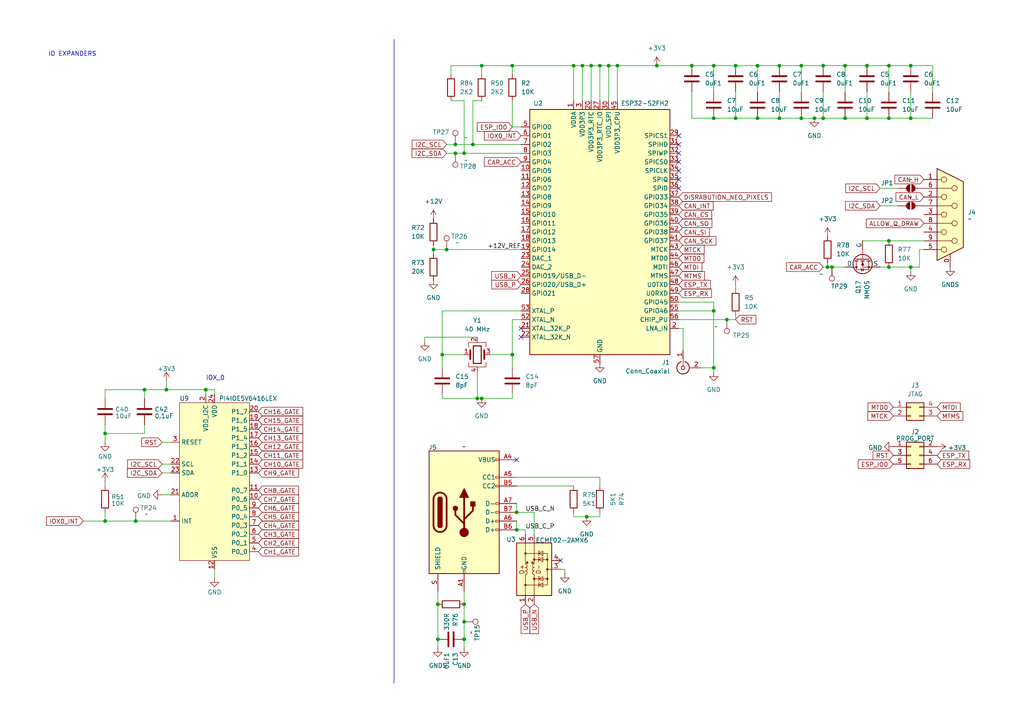
<source format=kicad_sch>
(kicad_sch (version 20250114) (generator "eeschema") (generator_version "9.0")
  (paper "A4")
  (text "IOX_0" (at 59.69 110.49 0) (effects (font (size 1.27 1.27)) (justify left bottom)))
  (text "IO EXPANDERS" (at 13.97 16.51 0) (effects (font (size 1.27 1.27)) (justify left bottom)))
  (junction (at 245.11 34.29))
  (junction (at 139.7 115.57))
  (junction (at 207.01 90.17))
  (junction (at 134.62 180.34))
  (junction (at 264.16 19.05))
  (junction (at 39.37 151.13))
  (junction (at 236.22 34.29))
  (junction (at 168.91 19.05))
  (junction (at 207.01 19.05))
  (junction (at 200.66 19.05))
  (junction (at 190.5 19.05))
  (junction (at 129.54 72.39))
  (junction (at 241.3 77.47))
  (junction (at 170.18 149.86))
  (junction (at 138.43 115.57))
  (junction (at 213.36 34.29))
  (junction (at 257.81 19.05))
  (junction (at 207.01 34.29))
  (junction (at 245.11 19.05))
  (junction (at 257.81 77.47))
  (junction (at 232.41 19.05))
  (junction (at 134.62 185.42))
  (junction (at 251.46 34.29))
  (junction (at 264.16 77.47))
  (junction (at 48.26 113.03))
  (junction (at 127 175.26))
  (junction (at 210.82 92.71))
  (junction (at 148.59 19.05))
  (junction (at 219.71 34.29))
  (junction (at 149.86 148.59))
  (junction (at 257.81 69.85))
  (junction (at 59.69 113.03))
  (junction (at 257.81 34.29))
  (junction (at 127 185.42))
  (junction (at 179.07 19.05))
  (junction (at 30.48 151.13))
  (junction (at 30.48 125.73))
  (junction (at 134.62 175.26))
  (junction (at 148.59 102.87))
  (junction (at 171.45 19.05))
  (junction (at 251.46 19.05))
  (junction (at 238.76 34.29))
  (junction (at 173.99 19.05))
  (junction (at 240.03 77.47))
  (junction (at 132.08 41.91))
  (junction (at 128.27 102.87))
  (junction (at 213.36 19.05))
  (junction (at 166.37 19.05))
  (junction (at 207.01 106.68))
  (junction (at 125.73 72.39))
  (junction (at 139.7 19.05))
  (junction (at 176.53 19.05))
  (junction (at 132.08 44.45))
  (junction (at 226.06 19.05))
  (junction (at 232.41 34.29))
  (junction (at 149.86 153.67))
  (junction (at 137.16 41.91))
  (junction (at 238.76 19.05))
  (junction (at 264.16 34.29))
  (junction (at 134.62 44.45))
  (junction (at 41.91 113.03))
  (junction (at 226.06 34.29))
  (junction (at 219.71 19.05))
  (no_connect (at 196.85 41.91))
  (no_connect (at 196.85 49.53))
  (no_connect (at 151.13 95.25))
  (no_connect (at 196.85 54.61))
  (no_connect (at 162.56 162.56))
  (no_connect (at 196.85 44.45))
  (no_connect (at 149.86 133.35))
  (no_connect (at 196.85 52.07))
  (no_connect (at 196.85 39.37))
  (no_connect (at 196.85 46.99))
  (no_connect (at 151.13 97.79))
  (wire (pts (xy 39.37 151.13) (xy 49.53 151.13)))
  (wire (pts (xy 240.03 77.47) (xy 241.3 77.47)))
  (wire (pts (xy 148.59 19.05) (xy 148.59 21.59)))
  (wire (pts (xy 24.13 151.13) (xy 30.48 151.13)))
  (wire (pts (xy 132.08 44.45) (xy 134.62 44.45)))
  (wire (pts (xy 255.27 77.47) (xy 257.81 77.47)))
  (wire (pts (xy 152.4 153.67) (xy 149.86 153.67)))
  (wire (pts (xy 128.27 102.87) (xy 134.62 102.87)))
  (wire (pts (xy 130.81 29.21) (xy 134.62 29.21)))
  (wire (pts (xy 134.62 175.26) (xy 134.62 180.34)))
  (wire (pts (xy 207.01 87.63) (xy 207.01 90.17)))
  (wire (pts (xy 232.41 19.05) (xy 238.76 19.05)))
  (wire (pts (xy 238.76 19.05) (xy 245.11 19.05)))
  (wire (pts (xy 257.81 19.05) (xy 257.81 26.67)))
  (wire (pts (xy 196.85 92.71) (xy 210.82 92.71)))
  (wire (pts (xy 213.36 82.55) (xy 213.36 83.82)))
  (wire (pts (xy 154.94 148.59) (xy 149.86 148.59)))
  (wire (pts (xy 171.45 19.05) (xy 173.99 19.05)))
  (wire (pts (xy 219.71 19.05) (xy 219.71 26.67)))
  (wire (pts (xy 151.13 72.39) (xy 129.54 72.39)))
  (wire (pts (xy 257.81 69.85) (xy 267.97 69.85)))
  (wire (pts (xy 163.83 165.1) (xy 163.83 166.37)))
  (wire (pts (xy 148.59 114.3) (xy 148.59 115.57)))
  (wire (pts (xy 264.16 77.47) (xy 264.16 78.74)))
  (wire (pts (xy 173.99 19.05) (xy 176.53 19.05)))
  (wire (pts (xy 127 175.26) (xy 127 185.42)))
  (wire (pts (xy 168.91 19.05) (xy 171.45 19.05)))
  (wire (pts (xy 134.62 29.21) (xy 134.62 44.45)))
  (wire (pts (xy 264.16 26.67) (xy 264.16 34.29)))
  (wire (pts (xy 207.01 19.05) (xy 207.01 26.67)))
  (wire (pts (xy 245.11 34.29) (xy 238.76 34.29)))
  (wire (pts (xy 46.99 137.16) (xy 49.53 137.16)))
  (wire (pts (xy 41.91 123.19) (xy 41.91 125.73)))
  (wire (pts (xy 48.26 110.49) (xy 48.26 113.03)))
  (wire (pts (xy 142.24 102.87) (xy 148.59 102.87)))
  (wire (pts (xy 173.99 19.05) (xy 173.99 29.21)))
  (wire (pts (xy 30.48 125.73) (xy 30.48 123.19)))
  (wire (pts (xy 137.16 41.91) (xy 151.13 41.91)))
  (wire (pts (xy 245.11 19.05) (xy 251.46 19.05)))
  (wire (pts (xy 130.81 21.59) (xy 130.81 19.05)))
  (wire (pts (xy 251.46 26.67) (xy 251.46 34.29)))
  (wire (pts (xy 138.43 115.57) (xy 139.7 115.57)))
  (wire (pts (xy 264.16 77.47) (xy 266.7 77.47)))
  (wire (pts (xy 62.23 113.03) (xy 62.23 114.3)))
  (wire (pts (xy 129.54 44.45) (xy 132.08 44.45)))
  (wire (pts (xy 59.69 113.03) (xy 62.23 113.03)))
  (wire (pts (xy 148.59 106.68) (xy 148.59 102.87)))
  (wire (pts (xy 238.76 26.67) (xy 238.76 34.29)))
  (wire (pts (xy 240.03 76.2) (xy 240.03 77.47)))
  (wire (pts (xy 149.86 148.59) (xy 149.86 146.05)))
  (wire (pts (xy 219.71 19.05) (xy 226.06 19.05)))
  (wire (pts (xy 30.48 151.13) (xy 39.37 151.13)))
  (wire (pts (xy 267.97 72.39) (xy 266.7 72.39)))
  (wire (pts (xy 255.27 54.61) (xy 260.35 54.61)))
  (wire (pts (xy 213.36 34.29) (xy 207.01 34.29)))
  (wire (pts (xy 46.99 128.27) (xy 49.53 128.27)))
  (wire (pts (xy 207.01 19.05) (xy 213.36 19.05)))
  (wire (pts (xy 30.48 113.03) (xy 41.91 113.03)))
  (wire (pts (xy 134.62 44.45) (xy 151.13 44.45)))
  (wire (pts (xy 128.27 102.87) (xy 128.27 90.17)))
  (wire (pts (xy 41.91 125.73) (xy 30.48 125.73)))
  (wire (pts (xy 125.73 71.12) (xy 125.73 72.39)))
  (wire (pts (xy 148.59 29.21) (xy 148.59 36.83)))
  (wire (pts (xy 123.19 97.79) (xy 123.19 99.06)))
  (wire (pts (xy 250.19 69.85) (xy 257.81 69.85)))
  (wire (pts (xy 162.56 165.1) (xy 163.83 165.1)))
  (wire (pts (xy 171.45 19.05) (xy 171.45 29.21)))
  (wire (pts (xy 251.46 19.05) (xy 257.81 19.05)))
  (wire (pts (xy 232.41 34.29) (xy 226.06 34.29)))
  (wire (pts (xy 226.06 19.05) (xy 232.41 19.05)))
  (wire (pts (xy 127 171.45) (xy 127 175.26)))
  (wire (pts (xy 128.27 114.3) (xy 128.27 115.57)))
  (wire (pts (xy 139.7 115.57) (xy 148.59 115.57)))
  (wire (pts (xy 257.81 77.47) (xy 264.16 77.47)))
  (wire (pts (xy 154.94 154.94) (xy 154.94 148.59)))
  (wire (pts (xy 238.76 77.47) (xy 240.03 77.47)))
  (wire (pts (xy 207.01 90.17) (xy 207.01 106.68)))
  (wire (pts (xy 128.27 90.17) (xy 151.13 90.17)))
  (wire (pts (xy 255.27 59.69) (xy 260.35 59.69)))
  (wire (pts (xy 134.62 171.45) (xy 134.62 175.26)))
  (wire (pts (xy 166.37 29.21) (xy 166.37 19.05)))
  (wire (pts (xy 198.12 101.6) (xy 198.12 95.25)))
  (wire (pts (xy 149.86 153.67) (xy 149.86 151.13)))
  (wire (pts (xy 166.37 148.59) (xy 166.37 149.86)))
  (wire (pts (xy 264.16 19.05) (xy 270.51 19.05)))
  (wire (pts (xy 173.99 148.59) (xy 173.99 149.86)))
  (wire (pts (xy 219.71 34.29) (xy 213.36 34.29)))
  (wire (pts (xy 190.5 19.05) (xy 200.66 19.05)))
  (wire (pts (xy 213.36 92.71) (xy 213.36 91.44)))
  (wire (pts (xy 166.37 149.86) (xy 170.18 149.86)))
  (wire (pts (xy 30.48 115.57) (xy 30.48 113.03)))
  (wire (pts (xy 139.7 19.05) (xy 148.59 19.05)))
  (wire (pts (xy 210.82 92.71) (xy 213.36 92.71)))
  (wire (pts (xy 48.26 113.03) (xy 59.69 113.03)))
  (wire (pts (xy 226.06 34.29) (xy 219.71 34.29)))
  (wire (pts (xy 152.4 154.94) (xy 152.4 153.67)))
  (wire (pts (xy 30.48 139.7) (xy 30.48 140.97)))
  (wire (pts (xy 72.39 160.02) (xy 72.39 119.38)))
  (wire (pts (xy 207.01 34.29) (xy 200.66 34.29)))
  (wire (pts (xy 132.08 41.91) (xy 137.16 41.91)))
  (wire (pts (xy 238.76 34.29) (xy 236.22 34.29)))
  (wire (pts (xy 134.62 185.42) (xy 134.62 187.96)))
  (wire (pts (xy 74.93 160.02) (xy 72.39 160.02)))
  (polyline (pts (xy 114.3 11.43) (xy 114.3 198.12)))
  (wire (pts (xy 41.91 113.03) (xy 41.91 115.57)))
  (wire (pts (xy 128.27 115.57) (xy 138.43 115.57)))
  (wire (pts (xy 270.51 26.67) (xy 270.51 19.05)))
  (wire (pts (xy 72.39 119.38) (xy 74.93 119.38)))
  (wire (pts (xy 134.62 180.34) (xy 134.62 185.42)))
  (wire (pts (xy 148.59 92.71) (xy 151.13 92.71)))
  (wire (pts (xy 203.2 106.68) (xy 207.01 106.68)))
  (wire (pts (xy 41.91 113.03) (xy 48.26 113.03)))
  (wire (pts (xy 148.59 36.83) (xy 151.13 36.83)))
  (wire (pts (xy 127 185.42) (xy 127 187.96)))
  (wire (pts (xy 196.85 87.63) (xy 207.01 87.63)))
  (wire (pts (xy 46.99 143.51) (xy 49.53 143.51)))
  (wire (pts (xy 270.51 34.29) (xy 264.16 34.29)))
  (wire (pts (xy 138.43 107.95) (xy 138.43 115.57)))
  (wire (pts (xy 241.3 77.47) (xy 245.11 77.47)))
  (wire (pts (xy 176.53 19.05) (xy 176.53 29.21)))
  (wire (pts (xy 137.16 29.21) (xy 137.16 41.91)))
  (wire (pts (xy 226.06 26.67) (xy 226.06 34.29)))
  (wire (pts (xy 46.99 134.62) (xy 49.53 134.62)))
  (wire (pts (xy 30.48 148.59) (xy 30.48 151.13)))
  (wire (pts (xy 166.37 19.05) (xy 168.91 19.05)))
  (wire (pts (xy 232.41 19.05) (xy 232.41 26.67)))
  (wire (pts (xy 257.81 19.05) (xy 264.16 19.05)))
  (wire (pts (xy 200.66 34.29) (xy 200.66 26.67)))
  (wire (pts (xy 125.73 72.39) (xy 125.73 73.66)))
  (wire (pts (xy 173.99 138.43) (xy 173.99 140.97)))
  (wire (pts (xy 168.91 19.05) (xy 168.91 29.21)))
  (wire (pts (xy 148.59 102.87) (xy 148.59 92.71)))
  (wire (pts (xy 138.43 97.79) (xy 123.19 97.79)))
  (wire (pts (xy 264.16 34.29) (xy 257.81 34.29)))
  (wire (pts (xy 213.36 19.05) (xy 219.71 19.05)))
  (wire (pts (xy 266.7 72.39) (xy 266.7 77.47)))
  (wire (pts (xy 200.66 19.05) (xy 207.01 19.05)))
  (wire (pts (xy 176.53 19.05) (xy 179.07 19.05)))
  (wire (pts (xy 196.85 90.17) (xy 207.01 90.17)))
  (wire (pts (xy 257.81 34.29) (xy 251.46 34.29)))
  (wire (pts (xy 130.81 19.05) (xy 139.7 19.05)))
  (wire (pts (xy 207.01 106.68) (xy 207.01 107.95)))
  (wire (pts (xy 129.54 41.91) (xy 132.08 41.91)))
  (wire (pts (xy 245.11 19.05) (xy 245.11 26.67)))
  (wire (pts (xy 236.22 34.29) (xy 232.41 34.29)))
  (wire (pts (xy 30.48 125.73) (xy 30.48 128.27)))
  (wire (pts (xy 128.27 106.68) (xy 128.27 102.87)))
  (wire (pts (xy 173.99 149.86) (xy 170.18 149.86)))
  (wire (pts (xy 149.86 138.43) (xy 173.99 138.43)))
  (wire (pts (xy 179.07 19.05) (xy 179.07 29.21)))
  (wire (pts (xy 198.12 95.25) (xy 196.85 95.25)))
  (wire (pts (xy 166.37 19.05) (xy 148.59 19.05)))
  (wire (pts (xy 62.23 165.1) (xy 62.23 167.64)))
  (wire (pts (xy 251.46 34.29) (xy 245.11 34.29)))
  (wire (pts (xy 139.7 29.21) (xy 137.16 29.21)))
  (wire (pts (xy 213.36 26.67) (xy 213.36 34.29)))
  (wire (pts (xy 59.69 113.03) (xy 59.69 114.3)))
  (wire (pts (xy 139.7 19.05) (xy 139.7 21.59)))
  (wire (pts (xy 129.54 72.39) (xy 125.73 72.39)))
  (wire (pts (xy 149.86 140.97) (xy 166.37 140.97)))
  (wire (pts (xy 179.07 19.05) (xy 190.5 19.05)))
  (label "USB_C_P" (at 152.4 153.67 0))
  (label "+12V_REF" (at 151.13 72.39 180))
  (label "USB_C_N" (at 152.4 148.59 0))
  (global_label "I2C_SDA" (shape input) (at 255.27 59.69 180) (property "Intersheetrefs" "${INTERSHEET_REFS}" (effects (hide yes))))
  (global_label "ESP_IO0" (shape input) (at 148.59 36.83 180) (property "Intersheetrefs" "${INTERSHEET_REFS}" (effects (hide yes))))
  (global_label "IOX0_INT" (shape input) (at 24.13 151.13 180) (property "Intersheetrefs" "${INTERSHEET_REFS}" (effects (hide yes))))
  (global_label "ESP_TX" (shape input) (at 271.78 132.08 0) (property "Intersheetrefs" "${INTERSHEET_REFS}" (effects (hide yes))))
  (global_label "ESP_RX" (shape input) (at 271.78 134.62 0) (property "Intersheetrefs" "${INTERSHEET_REFS}" (effects (hide yes))))
  (global_label "RST" (shape input) (at 259.08 132.08 180) (property "Intersheetrefs" "${INTERSHEET_REFS}" (effects (hide yes))))
  (global_label "MTCK" (shape input) (at 196.85 72.39 0) (property "Intersheetrefs" "${INTERSHEET_REFS}" (effects (hide yes))))
  (global_label "RST" (shape input) (at 46.99 128.27 180) (property "Intersheetrefs" "${INTERSHEET_REFS}" (effects (hide yes))))
  (global_label "IOX0_INT" (shape input) (at 151.13 39.37 180) (property "Intersheetrefs" "${INTERSHEET_REFS}" (effects (hide yes))))
  (global_label "I2C_SCL" (shape input) (at 129.54 41.91 180) (property "Intersheetrefs" "${INTERSHEET_REFS}" (effects (hide yes))))
  (global_label "USB_N" (shape input) (at 154.94 175.26 270) (property "Intersheetrefs" "${INTERSHEET_REFS}" (effects (hide yes))))
  (global_label "CH6_GATE" (shape input) (at 74.93 147.32 0) (property "Intersheetrefs" "${INTERSHEET_REFS}" (effects (hide yes))))
  (global_label "CAN_H" (shape input) (at 267.97 52.07 180) (property "Intersheetrefs" "${INTERSHEET_REFS}" (effects (hide yes))))
  (global_label "ESP_IO0" (shape input) (at 259.08 134.62 180) (property "Intersheetrefs" "${INTERSHEET_REFS}" (effects (hide yes))))
  (global_label "CH7_GATE" (shape input) (at 74.93 144.78 0) (property "Intersheetrefs" "${INTERSHEET_REFS}" (effects (hide yes))))
  (global_label "MTD0" (shape input) (at 259.08 118.11 180) (property "Intersheetrefs" "${INTERSHEET_REFS}" (effects (hide yes))))
  (global_label "MTCK" (shape input) (at 259.08 120.65 180) (property "Intersheetrefs" "${INTERSHEET_REFS}" (effects (hide yes))))
  (global_label "CH1_GATE" (shape input) (at 74.93 160.02 0) (property "Intersheetrefs" "${INTERSHEET_REFS}" (effects (hide yes))))
  (global_label "CH14_GATE" (shape input) (at 74.93 124.46 0) (property "Intersheetrefs" "${INTERSHEET_REFS}" (effects (hide yes))))
  (global_label "CAR_ACC" (shape input) (at 238.76 77.47 180) (property "Intersheetrefs" "${INTERSHEET_REFS}" (effects (hide yes))))
  (global_label "CH9_GATE" (shape input) (at 74.93 137.16 0) (property "Intersheetrefs" "${INTERSHEET_REFS}" (effects (hide yes))))
  (global_label "CH13_GATE" (shape input) (at 74.93 127 0) (property "Intersheetrefs" "${INTERSHEET_REFS}" (effects (hide yes))))
  (global_label "CAN_INT" (shape input) (at 196.85 59.69 0) (property "Intersheetrefs" "${INTERSHEET_REFS}" (effects (hide yes))))
  (global_label "CAN_L" (shape input) (at 267.97 57.15 180) (property "Intersheetrefs" "${INTERSHEET_REFS}" (effects (hide yes))))
  (global_label "ESP_TX" (shape input) (at 196.85 82.55 0) (property "Intersheetrefs" "${INTERSHEET_REFS}" (effects (hide yes))))
  (global_label "CH12_GATE" (shape input) (at 74.93 129.54 0) (property "Intersheetrefs" "${INTERSHEET_REFS}" (effects (hide yes))))
  (global_label "I2C_SDA" (shape input) (at 46.99 137.16 180) (property "Intersheetrefs" "${INTERSHEET_REFS}" (effects (hide yes))))
  (global_label "CH3_GATE" (shape input) (at 74.93 154.94 0) (property "Intersheetrefs" "${INTERSHEET_REFS}" (effects (hide yes))))
  (global_label "USB_N" (shape input) (at 151.13 80.01 180) (property "Intersheetrefs" "${INTERSHEET_REFS}" (effects (hide yes))))
  (global_label "MTMS" (shape input) (at 271.78 120.65 0) (property "Intersheetrefs" "${INTERSHEET_REFS}" (effects (hide yes))))
  (global_label "MTD0" (shape input) (at 196.85 74.93 0) (property "Intersheetrefs" "${INTERSHEET_REFS}" (effects (hide yes))))
  (global_label "I2C_SCL" (shape input) (at 255.27 54.61 180) (property "Intersheetrefs" "${INTERSHEET_REFS}" (effects (hide yes))))
  (global_label "CH4_GATE" (shape input) (at 74.93 152.4 0) (property "Intersheetrefs" "${INTERSHEET_REFS}" (effects (hide yes))))
  (global_label "CAN_SO" (shape input) (at 196.85 64.77 0) (property "Intersheetrefs" "${INTERSHEET_REFS}" (effects (hide yes))))
  (global_label "ALLOW_Q_DRAW" (shape input) (at 267.97 64.77 180) (property "Intersheetrefs" "${INTERSHEET_REFS}" (effects (hide yes))))
  (global_label "I2C_SCL" (shape input) (at 46.99 134.62 180) (property "Intersheetrefs" "${INTERSHEET_REFS}" (effects (hide yes))))
  (global_label "CH10_GATE" (shape input) (at 74.93 134.62 0) (property "Intersheetrefs" "${INTERSHEET_REFS}" (effects (hide yes))))
  (global_label "CH2_GATE" (shape input) (at 74.93 157.48 0) (property "Intersheetrefs" "${INTERSHEET_REFS}" (effects (hide yes))))
  (global_label "MTDI" (shape input) (at 196.85 77.47 0) (property "Intersheetrefs" "${INTERSHEET_REFS}" (effects (hide yes))))
  (global_label "USB_P" (shape input) (at 152.4 175.26 270) (property "Intersheetrefs" "${INTERSHEET_REFS}" (effects (hide yes))))
  (global_label "CH16_GATE" (shape input) (at 74.93 119.38 0) (property "Intersheetrefs" "${INTERSHEET_REFS}" (effects (hide yes))))
  (global_label "CH8_GATE" (shape input) (at 74.93 142.24 0) (property "Intersheetrefs" "${INTERSHEET_REFS}" (effects (hide yes))))
  (global_label "ESP_RX" (shape input) (at 196.85 85.09 0) (property "Intersheetrefs" "${INTERSHEET_REFS}" (effects (hide yes))))
  (global_label "MTDI" (shape input) (at 271.78 118.11 0) (property "Intersheetrefs" "${INTERSHEET_REFS}" (effects (hide yes))))
  (global_label "USB_P" (shape input) (at 151.13 82.55 180) (property "Intersheetrefs" "${INTERSHEET_REFS}" (effects (hide yes))))
  (global_label "CAR_ACC" (shape input) (at 151.13 46.99 180) (property "Intersheetrefs" "${INTERSHEET_REFS}" (effects (hide yes))))
  (global_label "DISRABUTION_NEO_PIXELS" (shape input) (at 196.85 57.15 0) (property "Intersheetrefs" "${INTERSHEET_REFS}" (effects (hide yes))))
  (global_label "RST" (shape input) (at 213.36 92.71 0) (property "Intersheetrefs" "${INTERSHEET_REFS}" (effects (hide yes))))
  (global_label "CAN_SCK" (shape input) (at 196.85 69.85 0) (property "Intersheetrefs" "${INTERSHEET_REFS}" (effects (hide yes))))
  (global_label "CH5_GATE" (shape input) (at 74.93 149.86 0) (property "Intersheetrefs" "${INTERSHEET_REFS}" (effects (hide yes))))
  (global_label "I2C_SDA" (shape input) (at 129.54 44.45 180) (property "Intersheetrefs" "${INTERSHEET_REFS}" (effects (hide yes))))
  (global_label "MTMS" (shape input) (at 196.85 80.01 0) (property "Intersheetrefs" "${INTERSHEET_REFS}" (effects (hide yes))))
  (global_label "CH11_GATE" (shape input) (at 74.93 132.08 0) (property "Intersheetrefs" "${INTERSHEET_REFS}" (effects (hide yes))))
  (global_label "CH15_GATE" (shape input) (at 74.93 121.92 0) (property "Intersheetrefs" "${INTERSHEET_REFS}" (effects (hide yes))))
  (global_label "CAN_CS" (shape input) (at 196.85 62.23 0) (property "Intersheetrefs" "${INTERSHEET_REFS}" (effects (hide yes))))
  (global_label "CAN_SI" (shape input) (at 196.85 67.31 0) (property "Intersheetrefs" "${INTERSHEET_REFS}" (effects (hide yes))))
  (symbol (lib_id "Connector:TestPoint") (at 134.62 180.34 270) (unit 1)
    (property "Reference" "TP15" (at 138.43 181.102 0) (effects (justify left)))
    (property "Value" "~" (at 136.652 182.88 0) (effects (justify left)))
    (property "Footprint" "TestPoint:TestPoint_Pad_D1.0mm" (effects (hide yes)))
    (property "Description" "test point" (effects (hide yes)))
  )
  (symbol (lib_id "Device:R") (at 30.48 144.78 0) (unit 1)
    (property "Reference" "R51" (at 32.258 144.1363 0) (effects (justify left)))
    (property "Value" "10K" (at 32.258 146.0573 0) (effects (justify left)))
    (property "Footprint" "Resistor_SMD:R_0603_1608Metric" (effects (hide yes)))
  )
  (symbol (lib_id "Device:C") (at 270.51 30.48 0) (unit 1)
    (property "Reference" "C12" (at 274.32 29.2099 0) (effects (justify left)))
    (property "Value" "10uF" (at 274.32 31.7499 0) (effects (justify left)))
    (property "Footprint" "Capacitor_SMD:C_0603_1608Metric" (effects (hide yes)))
    (property "Description" "Unpolarized capacitor" (effects (hide yes)))
    (property "DIGIKEY PART #" "1276-1038-1-ND" (effects (hide yes)))
  )
  (symbol (lib_id "Device:R") (at 213.36 87.63 0) (unit 1)
    (property "Reference" "R5" (at 215.9 86.3599 0) (effects (justify left)))
    (property "Value" "10K" (at 215.9 88.8999 0) (effects (justify left)))
    (property "Footprint" "Resistor_SMD:R_0603_1608Metric" (effects (hide yes)))
    (property "Description" "Resistor" (effects (hide yes)))
    (property "DIGIKEY PART #" "RMCF0603JT10K0CT-ND" (effects (hide yes)))
  )
  (symbol (lib_id "Connector_Generic:Conn_02x02_Counter_Clockwise") (at 264.16 118.11 0) (unit 1)
    (property "Reference" "J3" (at 265.43 111.76 0))
    (property "Value" "JTAG" (at 265.43 114.3 0))
    (property "Footprint" "Connector_PinHeader_2.54mm:PinHeader_2x02_P2.54mm_Vertical" (effects (hide yes)))
    (property "Description" "Generic connector, double row, 02x02, counter clockwise pin numbering scheme (similar to DIP package numbering), script generated (kicad-library-utils/schlib/autogen/connector/)" (effects (hide yes)))
  )
  (symbol (lib_id "Device:C") (at 251.46 22.86 0) (unit 1)
    (property "Reference" "C5" (at 255.27 21.5899 0) (effects (justify left)))
    (property "Value" "0uF1" (at 255.27 24.1299 0) (effects (justify left)))
    (property "Footprint" "Capacitor_SMD:C_0603_1608Metric" (effects (hide yes)))
    (property "Description" "Unpolarized capacitor" (effects (hide yes)))
    (property "DIGIKEY PART #" "399-C0603C104M5RACTUCT-ND" (effects (hide yes)))
  )
  (symbol (lib_id "power:GND") (at 46.99 143.51 270) (unit 1)
    (property "Reference" "#PWR047" (effects (hide yes)))
    (property "Value" "GND" (at 43.8151 143.8268 90) (effects (justify right)))
  )
  (symbol (lib_id "Device:C") (at 226.06 22.86 0) (unit 1)
    (property "Reference" "C7" (at 229.87 21.5899 0) (effects (justify left)))
    (property "Value" "0uF1" (at 229.87 24.1299 0) (effects (justify left)))
    (property "Footprint" "Capacitor_SMD:C_0603_1608Metric" (effects (hide yes)))
    (property "Description" "Unpolarized capacitor" (effects (hide yes)))
    (property "DIGIKEY PART #" "399-C0603C104M5RACTUCT-ND" (effects (hide yes)))
  )
  (symbol (lib_id "Device:C") (at 130.81 185.42 90) (unit 1)
    (property "Reference" "C13" (at 132.0801 189.23 0) (effects (justify right)))
    (property "Value" "0uF1" (at 129.5401 189.23 0) (effects (justify right)))
    (property "Footprint" "Capacitor_SMD:C_0603_1608Metric" (effects (hide yes)))
    (property "Description" "Unpolarized capacitor" (effects (hide yes)))
    (property "DIGIKEY PART #" "399-C0603C104M5RACTUCT-ND" (effects (hide yes)))
  )
  (symbol (lib_id "Connector:TestPoint") (at 129.54 72.39 0) (unit 1)
    (property "Reference" "TP26" (at 130.81 68.58 0) (effects (justify left)))
    (property "Value" "~" (at 132.08 70.358 0) (effects (justify left)))
    (property "Description" "test point" (effects (hide yes)))
  )
  (symbol (lib_id "Connector:TestPoint") (at 241.3 77.47 180) (unit 1)
    (property "Reference" "TP29" (at 245.872 83.058 0) (effects (justify left)))
    (property "Value" "~" (at 238.76 79.502 0) (effects (justify left)))
    (property "Description" "test point" (effects (hide yes)))
  )
  (symbol (lib_id "power:+12V") (at 125.73 63.5 0) (mirror y) (unit 1)
    (property "Reference" "#PWR033" (effects (hide yes)))
    (property "Value" "+12V" (at 125.73 58.42 0))
    (property "Description" "Power symbol creates a global label with name \"+12V\"" (effects (hide yes)))
  )
  (symbol (lib_id "Simulation_SPICE:NMOS") (at 250.19 74.93 90) (mirror x) (unit 1)
    (property "Reference" "Q17" (at 248.9199 81.28 0) (effects (justify left)))
    (property "Value" "NMOS" (at 251.4599 81.28 0) (effects (justify left)))
    (property "Datasheet" "https://ngspice.sourceforge.io/docs/ngspice-html-manual/manual.xhtml#cha_MOSFETs" (effects (hide yes)))
    (property "Description" "N-MOSFET transistor, drain/source/gate" (effects (hide yes)))
    (property "Sim.Device" "NMOS" (effects (hide yes)))
    (property "Sim.Type" "VDMOS" (effects (hide yes)))
    (property "Sim.Pins" "1=D 2=G 3=S" (effects (hide yes)))
  )
  (symbol (lib_name "GND_6") (lib_id "power:GND") (at 139.7 115.57 0) (unit 1)
    (property "Reference" "#PWR09" (effects (hide yes)))
    (property "Value" "GND" (at 139.7 120.65 0))
    (property "Description" "Power symbol creates a global label with name \"GND\" , ground" (effects (hide yes)))
  )
  (symbol (lib_id "Device:R") (at 240.03 72.39 0) (unit 1)
    (property "Reference" "R78" (at 242.57 71.1199 0) (effects (justify left)))
    (property "Value" "10K" (at 242.57 73.6599 0) (effects (justify left)))
    (property "Description" "Resistor" (effects (hide yes)))
  )
  (symbol (lib_id "Connector:DE9_Socket_MountingHoles") (at 275.59 62.23 0) (unit 1)
    (property "Reference" "J4" (at 280.67 61.5949 0) (effects (justify left)))
    (property "Value" "~" (at 280.67 63.5 0) (effects (justify left)))
    (property "Description" "9-pin D-SUB connector, socket (female), Mounting Hole" (effects (hide yes)))
  )
  (symbol (lib_id "Connector:Conn_Coaxial") (at 198.12 106.68 90) (mirror x) (unit 1)
    (property "Reference" "J1" (at 194.31 105.0924 90) (effects (justify left)))
    (property "Value" "Conn_Coaxial" (at 194.31 107.6324 90) (effects (justify left)))
    (property "Description" "coaxial connector (BNC, SMA, SMB, SMC, Cinch/RCA, LEMO, ...)" (effects (hide yes)))
  )
  (symbol (lib_id "Device:C") (at 207.01 30.48 0) (unit 1)
    (property "Reference" "C7" (at 210.82 29.2099 0) (effects (justify left)))
    (property "Value" "10uF" (at 210.82 31.7499 0) (effects (justify left)))
    (property "Footprint" "Capacitor_SMD:C_0603_1608Metric" (effects (hide yes)))
    (property "Description" "Unpolarized capacitor" (effects (hide yes)))
    (property "DIGIKEY PART #" "1276-1038-1-ND" (effects (hide yes)))
  )
  (symbol (lib_id "Device:C") (at 257.81 30.48 0) (unit 1)
    (property "Reference" "C11" (at 261.62 29.2099 0) (effects (justify left)))
    (property "Value" "10uF" (at 261.62 31.7499 0) (effects (justify left)))
    (property "Footprint" "Capacitor_SMD:C_0603_1608Metric" (effects (hide yes)))
    (property "Description" "Unpolarized capacitor" (effects (hide yes)))
    (property "DIGIKEY PART #" "1276-1038-1-ND" (effects (hide yes)))
  )
  (symbol (lib_id "power:GND") (at 259.08 129.54 270) (unit 1)
    (property "Reference" "#PWR010" (effects (hide yes)))
    (property "Value" "GND" (at 255.9051 129.8568 90) (effects (justify right)))
  )
  (symbol (lib_id "Device:R") (at 257.81 73.66 0) (unit 1)
    (property "Reference" "R77" (at 260.35 72.3899 0) (effects (justify left)))
    (property "Value" "10K" (at 260.35 74.9299 0) (effects (justify left)))
    (property "Description" "Resistor" (effects (hide yes)))
  )
  (symbol (lib_id "Device:R") (at 125.73 77.47 0) (mirror y) (unit 1)
    (property "Reference" "R73" (at 123.19 76.1999 0) (effects (justify left)))
    (property "Value" "20K" (at 123.19 78.7399 0) (effects (justify left)))
    (property "Description" "Resistor" (effects (hide yes)))
  )
  (symbol (lib_name "+3V3_1") (lib_id "power:+3V3") (at 190.5 19.05 0) (unit 1)
    (property "Reference" "#PWR04" (effects (hide yes)))
    (property "Value" "+3V3" (at 190.5 13.97 0))
    (property "Description" "Power symbol creates a global label with name \"+3V3\"" (effects (hide yes)))
  )
  (symbol (lib_id "power:GND") (at 30.48 128.27 0) (unit 1)
    (property "Reference" "#PWR044" (effects (hide yes)))
    (property "Value" "GND" (at 30.48 132.4055 0))
  )
  (symbol (lib_id "Device:C") (at 200.66 22.86 0) (unit 1)
    (property "Reference" "C5" (at 204.47 21.5899 0) (effects (justify left)))
    (property "Value" "0uF1" (at 204.47 24.1299 0) (effects (justify left)))
    (property "Footprint" "Capacitor_SMD:C_0603_1608Metric" (effects (hide yes)))
    (property "Description" "Unpolarized capacitor" (effects (hide yes)))
    (property "DIGIKEY PART #" "399-C0603C104M5RACTUCT-ND" (effects (hide yes)))
  )
  (symbol (lib_id "Power_Protection:ECMF02-2AMX6") (at 154.94 165.1 90) (unit 1)
    (property "Reference" "U3" (at 149.606 156.464 90) (effects (justify left)))
    (property "Value" "ECMF02-2AMX6" (at 170.688 156.718 90) (effects (justify left)))
    (property "Footprint" "Package_DFN_QFN:ST_UQFN-6L_1.5x1.7mm_P0.5mm" (effects (hide yes)))
    (property "Datasheet" "https://www.st.com/resource/en/datasheet/ecmf02-2amx6.pdf" (effects (hide yes)))
    (property "Description" "Single Pair Common Mode Filter with ESD Protection, UQFN-6L" (effects (hide yes)))
    (property "DIGIKEY PART #" "497-10773-1-ND" (effects (hide yes)))
  )
  (symbol (lib_id "Device:Crystal_GND23") (at 138.43 102.87 0) (unit 1)
    (property "Reference" "Y1" (at 138.43 92.964 0))
    (property "Value" "40 MHz" (at 138.43 95.504 0))
    (property "Footprint" "CONTROLER:cx3225sa_e" (effects (hide yes)))
    (property "Description" "Four pin crystal, GND on pins 2 and 3" (effects (hide yes)))
  )
  (symbol (lib_name "GND_3") (lib_id "power:GND") (at 264.16 78.74 0) (unit 1)
    (property "Reference" "#PWR069" (effects (hide yes)))
    (property "Value" "GND" (at 264.16 83.82 0))
    (property "Description" "Power symbol creates a global label with name \"GND\" , ground" (effects (hide yes)))
  )
  (symbol (lib_name "GND_2") (lib_id "power:GND") (at 170.18 149.86 0) (unit 1)
    (property "Reference" "#PWR071" (effects (hide yes)))
    (property "Value" "GND" (at 170.18 154.94 0))
    (property "Description" "Power symbol creates a global label with name \"GND\" , ground" (effects (hide yes)))
  )
  (symbol (lib_id "Device:C") (at 41.91 119.38 0) (unit 1)
    (property "Reference" "C42" (at 44.831 118.7363 0) (effects (justify left)))
    (property "Value" "0.1uF" (at 44.831 120.6573 0) (effects (justify left)))
    (property "Footprint" "Capacitor_SMD:C_0603_1608Metric" (effects (hide yes)))
  )
  (symbol (lib_name "GND_2") (lib_id "power:GND") (at 125.73 81.28 0) (mirror y) (unit 1)
    (property "Reference" "#PWR068" (effects (hide yes)))
    (property "Value" "GND" (at 125.73 86.36 0))
    (property "Description" "Power symbol creates a global label with name \"GND\" , ground" (effects (hide yes)))
  )
  (symbol (lib_name "+3V3_3") (lib_id "power:+3V3") (at 240.03 68.58 0) (unit 1)
    (property "Reference" "#PWR070" (effects (hide yes)))
    (property "Value" "+3V3" (at 240.03 63.5 0))
    (property "Description" "Power symbol creates a global label with name \"+3V3\"" (effects (hide yes)))
  )
  (symbol (lib_name "+3V3_2") (lib_id "power:+3V3") (at 213.36 82.55 0) (unit 1)
    (property "Reference" "#PWR08" (effects (hide yes)))
    (property "Value" "+3V3" (at 213.36 77.47 0))
    (property "Description" "Power symbol creates a global label with name \"+3V3\"" (effects (hide yes)))
  )
  (symbol (lib_id "Device:R") (at 125.73 67.31 0) (mirror y) (unit 1)
    (property "Reference" "R72" (at 123.19 66.0399 0) (effects (justify left)))
    (property "Value" "10K" (at 123.19 68.5799 0) (effects (justify left)))
    (property "Description" "Resistor" (effects (hide yes)))
  )
  (symbol (lib_name "GND_3") (lib_id "power:GND") (at 134.62 187.96 0) (unit 1)
    (property "Reference" "#PWR073" (effects (hide yes)))
    (property "Value" "GND" (at 134.62 193.04 0))
    (property "Description" "Power symbol creates a global label with name \"GND\" , ground" (effects (hide yes)))
  )
  (symbol (lib_id "Jumper:SolderJumper_2_Open") (at 264.16 54.61 0) (unit 1) (in_bom no)
    (property "Reference" "JP1" (at 257.302 53.086 0))
    (property "Value" "~" (at 264.16 52.07 0))
    (property "Description" "Solder Jumper, 2-pole, open" (effects (hide yes)))
  )
  (symbol (lib_id "Device:R") (at 173.99 144.78 0) (unit 1)
    (property "Reference" "R74" (at 180.34 144.78 90))
    (property "Value" "5K1" (at 177.8 144.78 90))
    (property "Footprint" "Resistor_SMD:R_0603_1608Metric" (effects (hide yes)))
    (property "Description" "Resistor" (effects (hide yes)))
    (property "DIGIKEY PART #" "541-4030-1-ND" (effects (hide yes)))
  )
  (symbol (lib_id "Device:C") (at 128.27 110.49 0) (unit 1)
    (property "Reference" "C15" (at 132.08 109.2199 0) (effects (justify left)))
    (property "Value" "8pF" (at 132.08 111.7599 0) (effects (justify left)))
    (property "Footprint" "Capacitor_SMD:C_0603_1608Metric" (effects (hide yes)))
    (property "Description" "Unpolarized capacitor" (effects (hide yes)))
    (property "DIGIKEY PART #" "4713-CHV0603N2508R2BCT-ND" (effects (hide yes)))
  )
  (symbol (lib_id "EXTRA:PI4IOE5V6416LEX") (at 62.23 106.68 0) (unit 1)
    (property "Reference" "U9" (at 52.07 115.57 0) (effects (justify left)))
    (property "Value" "PI4IOE5V6416LEX" (at 63.5 115.57 0) (effects (justify left)))
    (property "Footprint" "PCM_Package_SO_AKL:TSSOP-24_4.4x7.8mm_P0.65mm" (effects (hide yes)))
  )
  (symbol (lib_id "Device:C") (at 245.11 30.48 0) (unit 1)
    (property "Reference" "C10" (at 248.92 29.2099 0) (effects (justify left)))
    (property "Value" "10uF" (at 248.92 31.7499 0) (effects (justify left)))
    (property "Footprint" "Capacitor_SMD:C_0603_1608Metric" (effects (hide yes)))
    (property "Description" "Unpolarized capacitor" (effects (hide yes)))
    (property "DIGIKEY PART #" "1276-1038-1-ND" (effects (hide yes)))
  )
  (symbol (lib_id "Connector:TestPoint") (at 132.08 41.91 0) (unit 1)
    (property "Reference" "TP27" (at 125.476 38.354 0) (effects (justify left)))
    (property "Value" "~" (at 134.62 39.878 0) (effects (justify left)))
    (property "Description" "test point" (effects (hide yes)))
  )
  (symbol (lib_id "power:GNDS") (at 275.59 77.47 0) (unit 1)
    (property "Reference" "#PWR079" (effects (hide yes)))
    (property "Value" "GNDS" (at 275.59 82.55 0))
    (property "Description" "Power symbol creates a global label with name \"GNDS\" , signal ground" (effects (hide yes)))
  )
  (symbol (lib_id "Device:R") (at 130.81 25.4 0) (unit 1)
    (property "Reference" "R84" (at 133.35 24.1299 0) (effects (justify left)))
    (property "Value" "2K2" (at 133.35 26.6699 0) (effects (justify left)))
    (property "Description" "Resistor" (effects (hide yes)))
  )
  (symbol (lib_id "Device:R") (at 166.37 144.78 0) (unit 1)
    (property "Reference" "R75" (at 168.91 143.5099 0) (effects (justify left)))
    (property "Value" "5K1" (at 168.91 146.0499 0) (effects (justify left)))
    (property "Footprint" "Resistor_SMD:R_0603_1608Metric" (effects (hide yes)))
    (property "Description" "Resistor" (effects (hide yes)))
    (property "DIGIKEY PART #" "541-4030-1-ND" (effects (hide yes)))
  )
  (symbol (lib_id "Connector:TestPoint") (at 132.08 44.45 0) (mirror x) (unit 1)
    (property "Reference" "TP28" (at 133.35 48.26 0) (effects (justify left)))
    (property "Value" "~" (at 134.62 46.482 0) (effects (justify left)))
    (property "Description" "test point" (effects (hide yes)))
  )
  (symbol (lib_id "Connector:USB_C_Receptacle_USB2.0_14P") (at 134.62 148.59 0) (unit 1)
    (property "Reference" "J5" (at 125.476 129.794 0))
    (property "Value" "~" (at 134.62 129.54 0))
    (property "Footprint" "CONTROLER:usb4500" (effects (hide yes)))
    (property "Datasheet" "https://www.usb.org/sites/default/files/documents/usb_type-c.zip" (effects (hide yes)))
    (property "Description" "USB 2.0-only 14P Type-C Receptacle connector" (effects (hide yes)))
    (property "DIGIKEY PART #" "2073-USB4500-03-0-ACT-ND" (effects (hide yes)))
  )
  (symbol (lib_id "Device:R") (at 148.59 25.4 0) (unit 1)
    (property "Reference" "R2" (at 151.13 24.1299 0) (effects (justify left)))
    (property "Value" "10K" (at 151.13 26.6699 0) (effects (justify left)))
    (property "Footprint" "Resistor_SMD:R_0603_1608Metric" (effects (hide yes)))
    (property "Description" "Resistor" (effects (hide yes)))
    (property "DIGIKEY PART #" "RMCF0603JT10K0CT-ND" (effects (hide yes)))
  )
  (symbol (lib_id "power:GNDS") (at 127 187.96 0) (unit 1)
    (property "Reference" "#PWR074" (effects (hide yes)))
    (property "Value" "GNDS" (at 127 193.04 0))
    (property "Description" "Power symbol creates a global label with name \"GNDS\" , signal ground" (effects (hide yes)))
  )
  (symbol (lib_id "Jumper:SolderJumper_2_Open") (at 264.16 59.69 0) (unit 1) (in_bom no)
    (property "Reference" "JP2" (at 257.302 58.166 0))
    (property "Value" "~" (at 264.16 57.15 0))
    (property "Description" "Solder Jumper, 2-pole, open" (effects (hide yes)))
  )
  (symbol (lib_name "GND_1") (lib_id "power:GND") (at 207.01 107.95 0) (unit 1)
    (property "Reference" "#PWR05" (effects (hide yes)))
    (property "Value" "GND" (at 207.01 113.03 0))
    (property "Description" "Power symbol creates a global label with name \"GND\" , ground" (effects (hide yes)))
  )
  (symbol (lib_id "Connector_Generic:Conn_02x03_Odd_Even") (at 264.16 132.08 0) (unit 1)
    (property "Reference" "J2" (at 265.43 125.2601 0))
    (property "Value" "PROG_PORT" (at 265.43 127.1811 0))
    (property "Footprint" "Connector_PinHeader_2.54mm:PinHeader_2x03_P2.54mm_Vertical" (effects (hide yes)))
  )
  (symbol (lib_id "Connector:TestPoint") (at 210.82 92.71 180) (unit 1)
    (property "Reference" "TP25" (at 217.424 97.282 0) (effects (justify left)))
    (property "Value" "~" (at 208.28 94.742 0) (effects (justify left)))
    (property "Description" "test point" (effects (hide yes)))
  )
  (symbol (lib_id "Device:R") (at 130.81 175.26 90) (unit 1)
    (property "Reference" "R76" (at 132.0801 177.8 0) (effects (justify right)))
    (property "Value" "330R" (at 129.5401 177.8 0) (effects (justify right)))
    (property "Footprint" "Resistor_SMD:R_0603_1608Metric" (effects (hide yes)))
    (property "Description" "Resistor" (effects (hide yes)))
    (property "DIGIKEY PART #" "541-4026-1-ND" (effects (hide yes)))
  )
  (symbol (lib_id "Device:C") (at 213.36 22.86 0) (unit 1)
    (property "Reference" "C6" (at 217.17 21.5899 0) (effects (justify left)))
    (property "Value" "0uF1" (at 217.17 24.1299 0) (effects (justify left)))
    (property "Footprint" "Capacitor_SMD:C_0603_1608Metric" (effects (hide yes)))
    (property "Description" "Unpolarized capacitor" (effects (hide yes)))
    (property "DIGIKEY PART #" "399-C0603C104M5RACTUCT-ND" (effects (hide yes)))
  )
  (symbol (lib_id "Device:C") (at 238.76 22.86 0) (unit 1)
    (property "Reference" "C8" (at 242.57 21.5899 0) (effects (justify left)))
    (property "Value" "0uF1" (at 242.57 24.1299 0) (effects (justify left)))
    (property "Footprint" "Capacitor_SMD:C_0603_1608Metric" (effects (hide yes)))
    (property "Description" "Unpolarized capacitor" (effects (hide yes)))
    (property "DIGIKEY PART #" "399-C0603C104M5RACTUCT-ND" (effects (hide yes)))
  )
  (symbol (lib_id "power:+3V3") (at 48.26 110.49 0) (unit 1)
    (property "Reference" "#PWR048" (effects (hide yes)))
    (property "Value" "+3V3" (at 48.26 106.9881 0))
  )
  (symbol (lib_id "Device:C") (at 148.59 110.49 0) (unit 1)
    (property "Reference" "C14" (at 152.4 109.2199 0) (effects (justify left)))
    (property "Value" "8pF" (at 152.4 111.7599 0) (effects (justify left)))
    (property "Footprint" "Capacitor_SMD:C_0603_1608Metric" (effects (hide yes)))
    (property "Description" "Unpolarized capacitor" (effects (hide yes)))
    (property "DIGIKEY PART #" "4713-CHV0603N2508R2BCT-ND" (effects (hide yes)))
  )
  (symbol (lib_name "GND_6") (lib_id "power:GND") (at 123.19 99.06 0) (unit 1)
    (property "Reference" "#PWR028" (effects (hide yes)))
    (property "Value" "GND" (at 123.19 104.14 0))
    (property "Description" "Power symbol creates a global label with name \"GND\" , ground" (effects (hide yes)))
  )
  (symbol (lib_id "power:+3V3") (at 271.78 129.54 270) (unit 1)
    (property "Reference" "#PWR025" (effects (hide yes)))
    (property "Value" "+3V3" (at 274.955 129.8568 90) (effects (justify left)))
  )
  (symbol (lib_id "power:GND") (at 62.23 167.64 0) (unit 1)
    (property "Reference" "#PWR051" (effects (hide yes)))
    (property "Value" "GND" (at 62.23 171.7755 0))
  )
  (symbol (lib_name "GND_4") (lib_id "power:GND") (at 163.83 166.37 0) (unit 1)
    (property "Reference" "#PWR072" (effects (hide yes)))
    (property "Value" "GND" (at 163.83 171.45 0))
    (property "Description" "Power symbol creates a global label with name \"GND\" , ground" (effects (hide yes)))
  )
  (symbol (lib_name "GND_1") (lib_id "power:GND") (at 236.22 34.29 0) (unit 1)
    (property "Reference" "#PWR06" (effects (hide yes)))
    (property "Value" "GND" (at 236.22 39.37 0))
    (property "Description" "Power symbol creates a global label with name \"GND\" , ground" (effects (hide yes)))
  )
  (symbol (lib_name "GND_5") (lib_id "power:GND") (at 173.99 105.41 0) (unit 1)
    (property "Reference" "#PWR07" (effects (hide yes)))
    (property "Value" "GND" (at 173.99 110.49 0))
    (property "Description" "Power symbol creates a global label with name \"GND\" , ground" (effects (hide yes)))
  )
  (symbol (lib_id "power:+3V3") (at 30.48 139.7 0) (unit 1)
    (property "Reference" "#PWR045" (effects (hide yes)))
    (property "Value" "+3V3" (at 30.48 136.1981 0))
  )
  (symbol (lib_id "Device:C") (at 219.71 30.48 0) (unit 1)
    (property "Reference" "C8" (at 223.52 29.2099 0) (effects (justify left)))
    (property "Value" "10uF" (at 223.52 31.7499 0) (effects (justify left)))
    (property "Footprint" "Capacitor_SMD:C_0603_1608Metric" (effects (hide yes)))
    (property "Description" "Unpolarized capacitor" (effects (hide yes)))
    (property "DIGIKEY PART #" "1276-1038-1-ND" (effects (hide yes)))
  )
  (symbol (lib_id "Connector:TestPoint") (at 39.37 151.13 0) (unit 1)
    (property "Reference" "TP24" (at 40.64 147.32 0) (effects (justify left)))
    (property "Value" "~" (at 41.91 149.098 0) (effects (justify left)))
    (property "Description" "test point" (effects (hide yes)))
  )
  (symbol (lib_id "Device:C") (at 30.48 119.38 0) (unit 1)
    (property "Reference" "C40" (at 33.401 118.7363 0) (effects (justify left)))
    (property "Value" "10uF" (at 33.401 120.6573 0) (effects (justify left)))
    (property "Footprint" "Capacitor_SMD:C_0603_1608Metric" (effects (hide yes)))
  )
  (symbol (lib_id "MCU_Espressif:ESP32-S2") (at 173.99 67.31 0) (unit 1)
    (property "Reference" "U2" (at 154.686 29.972 0) (effects (justify left)))
    (property "Value" "ESP32-S2FH2" (at 180.086 29.972 0) (effects (justify left)))
    (property "Footprint" "Package_DFN_QFN:QFN-56-1EP_7x7mm_P0.4mm_EP4x4mm" (effects (hide yes)))
    (property "Datasheet" "https://www.espressif.com/sites/default/files/documentation/esp32-s2_datasheet_en.pdf" (effects (hide yes)))
    (property "Description" "Microcontroller, Wi-Fi 802.11b/g/n, Bluetooth, 32bit" (effects (hide yes)))
    (property "DIGIKEY PART #" "1904-ESP32-S2FH2CT-ND" (effects (hide yes)))
  )
  (symbol (lib_id "Device:C") (at 232.41 30.48 0) (unit 1)
    (property "Reference" "C9" (at 236.22 29.2099 0) (effects (justify left)))
    (property "Value" "10uF" (at 236.22 31.7499 0) (effects (justify left)))
    (property "Footprint" "Capacitor_SMD:C_0603_1608Metric" (effects (hide yes)))
    (property "Description" "Unpolarized capacitor" (effects (hide yes)))
    (property "DIGIKEY PART #" "1276-1038-1-ND" (effects (hide yes)))
  )
  (symbol (lib_id "Device:C") (at 264.16 22.86 0) (unit 1)
    (property "Reference" "C6" (at 267.97 21.5899 0) (effects (justify left)))
    (property "Value" "0uF1" (at 267.97 24.1299 0) (effects (justify left)))
    (property "Footprint" "Capacitor_SMD:C_0603_1608Metric" (effects (hide yes)))
    (property "Description" "Unpolarized capacitor" (effects (hide yes)))
    (property "DIGIKEY PART #" "399-C0603C104M5RACTUCT-ND" (effects (hide yes)))
  )
  (symbol (lib_id "Device:R") (at 139.7 25.4 0) (unit 1)
    (property "Reference" "R50" (at 142.24 24.1299 0) (effects (justify left)))
    (property "Value" "2K2" (at 142.24 26.6699 0) (effects (justify left)))
    (property "Description" "Resistor" (effects (hide yes)))
  )
)
</source>
